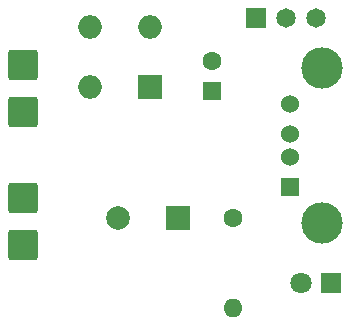
<source format=gbr>
%TF.GenerationSoftware,KiCad,Pcbnew,8.0.1*%
%TF.CreationDate,2025-01-11T03:08:54+01:00*%
%TF.ProjectId,Verteilerplatine,56657274-6569-46c6-9572-706c6174696e,rev?*%
%TF.SameCoordinates,Original*%
%TF.FileFunction,Soldermask,Top*%
%TF.FilePolarity,Negative*%
%FSLAX46Y46*%
G04 Gerber Fmt 4.6, Leading zero omitted, Abs format (unit mm)*
G04 Created by KiCad (PCBNEW 8.0.1) date 2025-01-11 03:08:54*
%MOMM*%
%LPD*%
G01*
G04 APERTURE LIST*
G04 Aperture macros list*
%AMRoundRect*
0 Rectangle with rounded corners*
0 $1 Rounding radius*
0 $2 $3 $4 $5 $6 $7 $8 $9 X,Y pos of 4 corners*
0 Add a 4 corners polygon primitive as box body*
4,1,4,$2,$3,$4,$5,$6,$7,$8,$9,$2,$3,0*
0 Add four circle primitives for the rounded corners*
1,1,$1+$1,$2,$3*
1,1,$1+$1,$4,$5*
1,1,$1+$1,$6,$7*
1,1,$1+$1,$8,$9*
0 Add four rect primitives between the rounded corners*
20,1,$1+$1,$2,$3,$4,$5,0*
20,1,$1+$1,$4,$5,$6,$7,0*
20,1,$1+$1,$6,$7,$8,$9,0*
20,1,$1+$1,$8,$9,$2,$3,0*%
G04 Aperture macros list end*
%ADD10R,1.651000X1.651000*%
%ADD11C,1.651000*%
%ADD12RoundRect,0.249999X-1.025001X-1.025001X1.025001X-1.025001X1.025001X1.025001X-1.025001X1.025001X0*%
%ADD13R,2.000000X2.000000*%
%ADD14C,2.000000*%
%ADD15R,1.524000X1.524000*%
%ADD16C,1.524000*%
%ADD17C,3.500000*%
%ADD18R,1.800000X1.800000*%
%ADD19C,1.800000*%
%ADD20R,1.600000X1.600000*%
%ADD21C,1.600000*%
%ADD22O,2.000000X2.000000*%
%ADD23O,1.600000X1.600000*%
G04 APERTURE END LIST*
D10*
%TO.C,L7805*%
X148920000Y-86500000D03*
D11*
X151460000Y-86500000D03*
X154000000Y-86500000D03*
%TD*%
D12*
%TO.C,H7*%
X129250000Y-105750000D03*
%TD*%
D13*
%TO.C,Cout1*%
X142300000Y-103475000D03*
D14*
X137300000Y-103475000D03*
%TD*%
D15*
%TO.C,J1*%
X151790000Y-100820000D03*
D16*
X151790000Y-98320000D03*
X151790000Y-96320000D03*
X151790000Y-93820000D03*
D17*
X154500000Y-103890000D03*
X154500000Y-90750000D03*
%TD*%
D12*
%TO.C,H8*%
X129250000Y-94500000D03*
%TD*%
D18*
%TO.C,D1*%
X155275000Y-109000000D03*
D19*
X152735000Y-109000000D03*
%TD*%
D20*
%TO.C,Cout3*%
X145250000Y-92705113D03*
D21*
X145250000Y-90205113D03*
%TD*%
D13*
%TO.C,TC-B40R*%
X140000000Y-92330000D03*
D22*
X140000000Y-87250000D03*
X134920000Y-87250000D03*
X134920000Y-92330000D03*
%TD*%
D12*
%TO.C,H6*%
X129250000Y-90500000D03*
%TD*%
%TO.C,H5*%
X129250000Y-101750000D03*
%TD*%
D21*
%TO.C,R1*%
X147000000Y-103440000D03*
D23*
X147000000Y-111060000D03*
%TD*%
M02*

</source>
